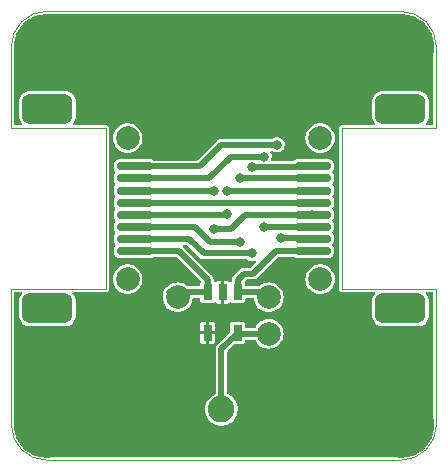
<source format=gtl>
G04 #@! TF.GenerationSoftware,KiCad,Pcbnew,6.0.11*
G04 #@! TF.CreationDate,2023-02-26T14:58:42+01:00*
G04 #@! TF.ProjectId,patchloop2,70617463-686c-46f6-9f70-322e6b696361,1*
G04 #@! TF.SameCoordinates,PX5f5e100PY5d81fd0*
G04 #@! TF.FileFunction,Copper,L1,Top*
G04 #@! TF.FilePolarity,Positive*
%FSLAX46Y46*%
G04 Gerber Fmt 4.6, Leading zero omitted, Abs format (unit mm)*
G04 Created by KiCad (PCBNEW 6.0.11) date 2023-02-26 14:58:42*
%MOMM*%
%LPD*%
G01*
G04 APERTURE LIST*
G04 Aperture macros list*
%AMRoundRect*
0 Rectangle with rounded corners*
0 $1 Rounding radius*
0 $2 $3 $4 $5 $6 $7 $8 $9 X,Y pos of 4 corners*
0 Add a 4 corners polygon primitive as box body*
4,1,4,$2,$3,$4,$5,$6,$7,$8,$9,$2,$3,0*
0 Add four circle primitives for the rounded corners*
1,1,$1+$1,$2,$3*
1,1,$1+$1,$4,$5*
1,1,$1+$1,$6,$7*
1,1,$1+$1,$8,$9*
0 Add four rect primitives between the rounded corners*
20,1,$1+$1,$2,$3,$4,$5,0*
20,1,$1+$1,$4,$5,$6,$7,0*
20,1,$1+$1,$6,$7,$8,$9,0*
20,1,$1+$1,$8,$9,$2,$3,0*%
G04 Aperture macros list end*
G04 #@! TA.AperFunction,Profile*
%ADD10C,0.100000*%
G04 #@! TD*
G04 #@! TA.AperFunction,WasherPad*
%ADD11C,2.000000*%
G04 #@! TD*
G04 #@! TA.AperFunction,SMDPad,CuDef*
%ADD12RoundRect,0.175000X1.325000X-0.175000X1.325000X0.175000X-1.325000X0.175000X-1.325000X-0.175000X0*%
G04 #@! TD*
G04 #@! TA.AperFunction,SMDPad,CuDef*
%ADD13RoundRect,0.625000X1.525000X-0.625000X1.525000X0.625000X-1.525000X0.625000X-1.525000X-0.625000X0*%
G04 #@! TD*
G04 #@! TA.AperFunction,ComponentPad*
%ADD14C,1.200000*%
G04 #@! TD*
G04 #@! TA.AperFunction,SMDPad,CuDef*
%ADD15RoundRect,0.175000X-1.325000X0.175000X-1.325000X-0.175000X1.325000X-0.175000X1.325000X0.175000X0*%
G04 #@! TD*
G04 #@! TA.AperFunction,SMDPad,CuDef*
%ADD16RoundRect,0.625000X-1.525000X0.625000X-1.525000X-0.625000X1.525000X-0.625000X1.525000X0.625000X0*%
G04 #@! TD*
G04 #@! TA.AperFunction,ComponentPad*
%ADD17C,2.000000*%
G04 #@! TD*
G04 #@! TA.AperFunction,ComponentPad*
%ADD18C,2.250000*%
G04 #@! TD*
G04 #@! TA.AperFunction,ComponentPad*
%ADD19C,5.600000*%
G04 #@! TD*
G04 #@! TA.AperFunction,SMDPad,CuDef*
%ADD20R,0.760000X1.400000*%
G04 #@! TD*
G04 #@! TA.AperFunction,ViaPad*
%ADD21C,0.800000*%
G04 #@! TD*
G04 #@! TA.AperFunction,Conductor*
%ADD22C,0.500000*%
G04 #@! TD*
G04 APERTURE END LIST*
D10*
X0Y3050000D02*
G75*
G03*
X3000000Y50000I3000000J0D01*
G01*
X33000000Y50000D02*
G75*
G03*
X36000000Y3050000I0J3000000D01*
G01*
X36000000Y35050000D02*
G75*
G03*
X33000000Y38050000I-3000000J0D01*
G01*
X36000000Y28150000D02*
X28000000Y28150000D01*
X36000000Y14550000D02*
X36000000Y3050000D01*
X28000000Y28150000D02*
X28000000Y14550000D01*
X3000000Y38050000D02*
X33000000Y38050000D01*
X3000000Y38050000D02*
G75*
G03*
X0Y35050000I0J-3000000D01*
G01*
X0Y28150000D02*
X8000000Y28150000D01*
X0Y14550000D02*
X0Y3050000D01*
X36000000Y35050000D02*
X36000000Y28150000D01*
X8000000Y14550000D02*
X0Y14550000D01*
X8000000Y28150000D02*
X8000000Y14550000D01*
X28000000Y14550000D02*
X36000000Y14550000D01*
X3000000Y50000D02*
X33000000Y50000D01*
X0Y35050000D02*
X0Y28150000D01*
D11*
X26150000Y15380000D03*
X26150000Y27320000D03*
D12*
X25550000Y17780000D03*
X25550000Y18800000D03*
X25550000Y19820000D03*
X25550000Y20840000D03*
X25550000Y21860000D03*
X25550000Y22880000D03*
X25550000Y23900000D03*
X25550000Y24920000D03*
D13*
X32950000Y29800000D03*
D14*
X32950000Y29970000D03*
D13*
X32950000Y12900000D03*
D14*
X32950000Y12730000D03*
D11*
X9850000Y27320000D03*
X9850000Y15380000D03*
D15*
X10450000Y24920000D03*
X10450000Y23900000D03*
X10450000Y22880000D03*
X10450000Y21860000D03*
X10450000Y20840000D03*
X10450000Y19820000D03*
X10450000Y18800000D03*
X10450000Y17780000D03*
D14*
X3050000Y12730000D03*
D16*
X3050000Y12900000D03*
X3050000Y29800000D03*
D14*
X3050000Y29970000D03*
D17*
X14100000Y13850000D03*
D18*
X17800000Y4350000D03*
X15260000Y1810000D03*
X20340000Y6890000D03*
X15260000Y6890000D03*
X20340000Y1810000D03*
D17*
X21800000Y13850000D03*
D19*
X3000000Y35050000D03*
X33000000Y35050000D03*
D17*
X21800000Y10750000D03*
D20*
X16630000Y10835000D03*
X19170000Y10835000D03*
X19170000Y14265000D03*
X17900000Y14265000D03*
X16630000Y14265000D03*
D19*
X3000000Y3050000D03*
D17*
X14100000Y10750000D03*
D19*
X33000000Y3050000D03*
D21*
X22500000Y26750000D03*
X22800000Y18850000D03*
X21400000Y19750000D03*
X21400000Y25750000D03*
X17170000Y22880000D03*
X17200000Y19650000D03*
X18300000Y22850000D03*
X18300000Y20850000D03*
X19400000Y18550000D03*
X19350000Y23900000D03*
X20400000Y17550000D03*
X20400000Y24850000D03*
D22*
X25550000Y17780000D02*
X22430000Y17780000D01*
X19700000Y15850000D02*
X19170000Y15320000D01*
X20500000Y15850000D02*
X19700000Y15850000D01*
X19170000Y15320000D02*
X19170000Y14265000D01*
X22430000Y17780000D02*
X20500000Y15850000D01*
X19170000Y14265000D02*
X21800000Y14265000D01*
X25500000Y18850000D02*
X25550000Y18800000D01*
X22800000Y18850000D02*
X25500000Y18850000D01*
X17800000Y26750000D02*
X22500000Y26750000D01*
X10450000Y24920000D02*
X15970000Y24920000D01*
X15970000Y24920000D02*
X17800000Y26750000D01*
X21400000Y25750000D02*
X18600000Y25750000D01*
X18600000Y25750000D02*
X16750000Y23900000D01*
X25550000Y19820000D02*
X21470000Y19820000D01*
X16750000Y23900000D02*
X10450000Y23900000D01*
X25480000Y19750000D02*
X25550000Y19820000D01*
X21470000Y19820000D02*
X21400000Y19750000D01*
X10450000Y22880000D02*
X17170000Y22880000D01*
X18600000Y19650000D02*
X19790000Y20840000D01*
X17200000Y19650000D02*
X18600000Y19650000D01*
X25440000Y20950000D02*
X25550000Y20840000D01*
X19790000Y20840000D02*
X25550000Y20840000D01*
X25550000Y21860000D02*
X10450000Y21860000D01*
X18330000Y22880000D02*
X18300000Y22850000D01*
X10450000Y20840000D02*
X18310000Y20840000D01*
X25550000Y22880000D02*
X18330000Y22880000D01*
X18310000Y20840000D02*
X18300000Y20850000D01*
X25550000Y23900000D02*
X19350000Y23900000D01*
X19400000Y18550000D02*
X16800000Y18550000D01*
X16800000Y18550000D02*
X15530000Y19820000D01*
X15530000Y19820000D02*
X10450000Y19820000D01*
X10450000Y18800000D02*
X15050000Y18800000D01*
X20400000Y24850000D02*
X25480000Y24850000D01*
X25480000Y24850000D02*
X25550000Y24920000D01*
X15050000Y18800000D02*
X16300000Y17550000D01*
X16300000Y17550000D02*
X20400000Y17550000D01*
X17800000Y9465000D02*
X17800000Y4350000D01*
X19170000Y10835000D02*
X17800000Y9465000D01*
X19085000Y10750000D02*
X21600000Y10750000D01*
X13385000Y14265000D02*
X16630000Y14265000D01*
X16630000Y14265000D02*
X16630000Y15320000D01*
X16630000Y15320000D02*
X14170000Y17780000D01*
X14170000Y17780000D02*
X10450000Y17780000D01*
G04 #@! TA.AperFunction,Conductor*
G36*
X32984888Y37797598D02*
G01*
X33000000Y37794592D01*
X33009563Y37796494D01*
X33014405Y37796494D01*
X33031782Y37797715D01*
X33302300Y37782523D01*
X33313322Y37781282D01*
X33516522Y37746756D01*
X33606335Y37731496D01*
X33617159Y37729026D01*
X33715529Y37700686D01*
X33902766Y37646744D01*
X33913237Y37643080D01*
X34187835Y37529338D01*
X34197825Y37524527D01*
X34457961Y37380754D01*
X34467346Y37374858D01*
X34709750Y37202864D01*
X34718430Y37195941D01*
X34940044Y36997894D01*
X34947894Y36990044D01*
X35145941Y36768430D01*
X35152862Y36759753D01*
X35324858Y36517346D01*
X35330754Y36507961D01*
X35404841Y36373912D01*
X35474524Y36247831D01*
X35479341Y36237829D01*
X35593079Y35963240D01*
X35596746Y35952761D01*
X35679026Y35667159D01*
X35681496Y35656335D01*
X35731281Y35363327D01*
X35732524Y35352295D01*
X35747715Y35081785D01*
X35746494Y35064405D01*
X35746494Y35059563D01*
X35744592Y35050000D01*
X35746494Y35040438D01*
X35747598Y35034888D01*
X35749500Y35015574D01*
X35749500Y28499500D01*
X35730593Y28441309D01*
X35681093Y28405345D01*
X35650500Y28400500D01*
X35182318Y28400500D01*
X35124127Y28419407D01*
X35088163Y28468907D01*
X35088163Y28530093D01*
X35105164Y28561534D01*
X35213556Y28696346D01*
X35216916Y28700525D01*
X35301495Y28870909D01*
X35347514Y29055480D01*
X35350500Y29099281D01*
X35350499Y30500718D01*
X35347514Y30544520D01*
X35301495Y30729091D01*
X35216916Y30899475D01*
X35097722Y31047722D01*
X34949475Y31166916D01*
X34779091Y31251495D01*
X34594520Y31297514D01*
X34590172Y31297810D01*
X34590168Y31297811D01*
X34571840Y31299060D01*
X34550719Y31300500D01*
X32950948Y31300500D01*
X31349282Y31300499D01*
X31336687Y31299641D01*
X31309832Y31297811D01*
X31309827Y31297810D01*
X31305480Y31297514D01*
X31120909Y31251495D01*
X30950525Y31166916D01*
X30802278Y31047722D01*
X30683084Y30899475D01*
X30598505Y30729091D01*
X30552486Y30544520D01*
X30549500Y30500719D01*
X30549501Y29099282D01*
X30552486Y29055480D01*
X30598505Y28870909D01*
X30683084Y28700525D01*
X30686444Y28696346D01*
X30794836Y28561534D01*
X30816564Y28504336D01*
X30800522Y28445291D01*
X30752838Y28406952D01*
X30717682Y28400500D01*
X28034426Y28400500D01*
X28015112Y28402402D01*
X28009562Y28403506D01*
X28000000Y28405408D01*
X27975326Y28400500D01*
X27902260Y28385966D01*
X27819399Y28330601D01*
X27764034Y28247740D01*
X27744592Y28150000D01*
X27746494Y28140438D01*
X27747598Y28134888D01*
X27749500Y28115574D01*
X27749500Y14584426D01*
X27747598Y14565112D01*
X27744592Y14550000D01*
X27749500Y14525326D01*
X27764034Y14452260D01*
X27819399Y14369399D01*
X27902260Y14314034D01*
X28000000Y14294592D01*
X28015112Y14297598D01*
X28034426Y14299500D01*
X30717682Y14299500D01*
X30775873Y14280593D01*
X30811837Y14231093D01*
X30811837Y14169907D01*
X30794836Y14138466D01*
X30683084Y13999475D01*
X30598505Y13829091D01*
X30552486Y13644520D01*
X30549500Y13600719D01*
X30549501Y12199282D01*
X30552486Y12155480D01*
X30598505Y11970909D01*
X30683084Y11800525D01*
X30802278Y11652278D01*
X30950525Y11533084D01*
X31120909Y11448505D01*
X31305480Y11402486D01*
X31309828Y11402190D01*
X31309832Y11402189D01*
X31328160Y11400940D01*
X31349281Y11399500D01*
X32949052Y11399500D01*
X34550718Y11399501D01*
X34563313Y11400359D01*
X34590168Y11402189D01*
X34590173Y11402190D01*
X34594520Y11402486D01*
X34779091Y11448505D01*
X34949475Y11533084D01*
X35097722Y11652278D01*
X35216916Y11800525D01*
X35301495Y11970909D01*
X35347514Y12155480D01*
X35350500Y12199281D01*
X35350499Y13600718D01*
X35349641Y13613313D01*
X35347811Y13640168D01*
X35347810Y13640173D01*
X35347514Y13644520D01*
X35301495Y13829091D01*
X35216916Y13999475D01*
X35105164Y14138466D01*
X35083436Y14195664D01*
X35099478Y14254709D01*
X35147162Y14293048D01*
X35182318Y14299500D01*
X35650500Y14299500D01*
X35708691Y14280593D01*
X35744655Y14231093D01*
X35749500Y14200500D01*
X35749500Y3084426D01*
X35747598Y3065112D01*
X35744592Y3050000D01*
X35746494Y3040437D01*
X35746494Y3035595D01*
X35747715Y3018218D01*
X35745075Y2971207D01*
X35732524Y2747705D01*
X35731281Y2736673D01*
X35681496Y2443665D01*
X35679026Y2432841D01*
X35596746Y2147239D01*
X35593079Y2136760D01*
X35479341Y1862171D01*
X35474527Y1852175D01*
X35330754Y1592039D01*
X35324858Y1582654D01*
X35211237Y1422519D01*
X35152864Y1340250D01*
X35145941Y1331570D01*
X34947894Y1109956D01*
X34940044Y1102106D01*
X34718430Y904059D01*
X34709753Y897138D01*
X34467346Y725142D01*
X34457961Y719246D01*
X34197825Y575473D01*
X34187835Y570662D01*
X33913237Y456920D01*
X33902766Y453256D01*
X33715529Y399314D01*
X33617159Y370974D01*
X33606335Y368504D01*
X33516522Y353244D01*
X33313322Y318718D01*
X33302300Y317477D01*
X33031782Y302285D01*
X33014405Y303506D01*
X33009563Y303506D01*
X33000000Y305408D01*
X32990438Y303506D01*
X32984888Y302402D01*
X32965574Y300500D01*
X3034426Y300500D01*
X3015112Y302402D01*
X3009562Y303506D01*
X3000000Y305408D01*
X2990437Y303506D01*
X2985595Y303506D01*
X2968218Y302285D01*
X2697700Y317477D01*
X2686678Y318718D01*
X2483478Y353244D01*
X2393665Y368504D01*
X2382841Y370974D01*
X2284471Y399314D01*
X2097234Y453256D01*
X2086763Y456920D01*
X1812165Y570662D01*
X1802175Y575473D01*
X1542039Y719246D01*
X1532654Y725142D01*
X1290247Y897138D01*
X1281570Y904059D01*
X1059956Y1102106D01*
X1052106Y1109956D01*
X854059Y1331570D01*
X847136Y1340250D01*
X788763Y1422519D01*
X675142Y1582654D01*
X669246Y1592039D01*
X525473Y1852175D01*
X520659Y1862171D01*
X406921Y2136760D01*
X403254Y2147239D01*
X320974Y2432841D01*
X318504Y2443665D01*
X268719Y2736673D01*
X267476Y2747705D01*
X254925Y2971207D01*
X252285Y3018218D01*
X253506Y3035595D01*
X253506Y3040437D01*
X255408Y3050000D01*
X252402Y3065112D01*
X250500Y3084426D01*
X250500Y4383722D01*
X16420198Y4383722D01*
X16433218Y4157911D01*
X16482944Y3937260D01*
X16484474Y3933492D01*
X16520084Y3845797D01*
X16568041Y3727693D01*
X16686222Y3534838D01*
X16688884Y3531765D01*
X16831649Y3366952D01*
X16831653Y3366948D01*
X16834315Y3363875D01*
X17008342Y3219395D01*
X17011843Y3217349D01*
X17011849Y3217345D01*
X17102365Y3164452D01*
X17203629Y3105278D01*
X17414933Y3024589D01*
X17418908Y3023780D01*
X17418909Y3023780D01*
X17632595Y2980305D01*
X17632597Y2980305D01*
X17636577Y2979495D01*
X17640637Y2979346D01*
X17640638Y2979346D01*
X17683500Y2977774D01*
X17862611Y2971207D01*
X17866629Y2971722D01*
X17866635Y2971722D01*
X18082931Y2999430D01*
X18082937Y2999431D01*
X18086963Y2999947D01*
X18090856Y3001115D01*
X18090861Y3001116D01*
X18285669Y3059562D01*
X18303608Y3064944D01*
X18506729Y3164452D01*
X18587391Y3221987D01*
X18687564Y3293440D01*
X18690870Y3295798D01*
X18851086Y3455456D01*
X18983074Y3639137D01*
X18984872Y3642775D01*
X18984875Y3642780D01*
X19081490Y3838264D01*
X19081492Y3838269D01*
X19083291Y3841909D01*
X19149043Y4058327D01*
X19178566Y4282577D01*
X19180214Y4350000D01*
X19161681Y4575425D01*
X19106579Y4794796D01*
X19016387Y5002221D01*
X18893529Y5192131D01*
X18741304Y5359425D01*
X18738118Y5361941D01*
X18738115Y5361944D01*
X18566987Y5497093D01*
X18566981Y5497097D01*
X18563799Y5499610D01*
X18365782Y5608921D01*
X18361950Y5610278D01*
X18358917Y5611641D01*
X18313591Y5652741D01*
X18300500Y5701941D01*
X18300500Y9216678D01*
X18319407Y9274869D01*
X18329496Y9286682D01*
X18898318Y9855504D01*
X18952835Y9883281D01*
X18968322Y9884500D01*
X19574674Y9884500D01*
X19647740Y9899034D01*
X19730601Y9954399D01*
X19785966Y10037260D01*
X19800500Y10110326D01*
X19800500Y10150500D01*
X19819407Y10208691D01*
X19868907Y10244655D01*
X19899500Y10249500D01*
X20590542Y10249500D01*
X20648733Y10230593D01*
X20680266Y10192340D01*
X20711073Y10126275D01*
X20712898Y10122362D01*
X20838402Y9943123D01*
X20993123Y9788402D01*
X21172361Y9662898D01*
X21370670Y9570425D01*
X21385128Y9566551D01*
X21577846Y9514912D01*
X21577848Y9514912D01*
X21582023Y9513793D01*
X21800000Y9494723D01*
X22017977Y9513793D01*
X22022152Y9514912D01*
X22022154Y9514912D01*
X22214872Y9566551D01*
X22229330Y9570425D01*
X22427639Y9662898D01*
X22606877Y9788402D01*
X22761598Y9943123D01*
X22875097Y10105217D01*
X22884620Y10118817D01*
X22884625Y10118825D01*
X22887102Y10122362D01*
X22979575Y10320670D01*
X23036207Y10532023D01*
X23055277Y10750000D01*
X23036207Y10967977D01*
X22979575Y11179330D01*
X22887102Y11377638D01*
X22871794Y11399501D01*
X22764077Y11553336D01*
X22761598Y11556877D01*
X22606877Y11711598D01*
X22427639Y11837102D01*
X22229330Y11929575D01*
X22075070Y11970909D01*
X22022154Y11985088D01*
X22022152Y11985088D01*
X22017977Y11986207D01*
X21800000Y12005277D01*
X21582023Y11986207D01*
X21577848Y11985088D01*
X21577846Y11985088D01*
X21524930Y11970909D01*
X21370670Y11929575D01*
X21172362Y11837102D01*
X20993123Y11711598D01*
X20838402Y11556877D01*
X20712898Y11377638D01*
X20711075Y11373728D01*
X20711073Y11373725D01*
X20680266Y11307660D01*
X20638537Y11262912D01*
X20590542Y11250500D01*
X19899500Y11250500D01*
X19841309Y11269407D01*
X19805345Y11318907D01*
X19800500Y11349500D01*
X19800500Y11559674D01*
X19785966Y11632740D01*
X19730601Y11715601D01*
X19647740Y11770966D01*
X19574674Y11785500D01*
X18765326Y11785500D01*
X18692260Y11770966D01*
X18609399Y11715601D01*
X18554034Y11632740D01*
X18539500Y11559674D01*
X18539500Y10953322D01*
X18520593Y10895131D01*
X18510504Y10883318D01*
X17493581Y9866395D01*
X17483601Y9858421D01*
X17483616Y9858404D01*
X17478246Y9853834D01*
X17472280Y9850070D01*
X17467612Y9844785D01*
X17467609Y9844782D01*
X17436708Y9809792D01*
X17432508Y9805322D01*
X17420680Y9793494D01*
X17416864Y9788402D01*
X17413902Y9784450D01*
X17408896Y9778301D01*
X17377377Y9742612D01*
X17373018Y9733329D01*
X17362627Y9716034D01*
X17356474Y9707824D01*
X17353998Y9701219D01*
X17339765Y9663254D01*
X17336680Y9655934D01*
X17319446Y9619226D01*
X17319445Y9619222D01*
X17316447Y9612837D01*
X17315362Y9605869D01*
X17315361Y9605865D01*
X17314870Y9602708D01*
X17309747Y9583180D01*
X17306148Y9573580D01*
X17305626Y9566551D01*
X17302620Y9526102D01*
X17301713Y9518207D01*
X17300088Y9507772D01*
X17300087Y9507764D01*
X17299500Y9503991D01*
X17299500Y9487791D01*
X17299228Y9480455D01*
X17295524Y9430608D01*
X17296996Y9423713D01*
X17296996Y9423711D01*
X17297319Y9422199D01*
X17299500Y9401532D01*
X17299500Y5700326D01*
X17280593Y5642135D01*
X17246214Y5612512D01*
X17235540Y5606956D01*
X17068122Y5519805D01*
X17068119Y5519803D01*
X17064517Y5517928D01*
X16883640Y5382121D01*
X16727372Y5218597D01*
X16706991Y5188719D01*
X16602201Y5035103D01*
X16602198Y5035097D01*
X16599911Y5031745D01*
X16504679Y4826585D01*
X16444233Y4608626D01*
X16420198Y4383722D01*
X250500Y4383722D01*
X250500Y10114844D01*
X15996001Y10114844D01*
X15996949Y10105217D01*
X16008835Y10045459D01*
X16016155Y10027786D01*
X16061457Y9959986D01*
X16074986Y9946457D01*
X16142788Y9901154D01*
X16160456Y9893835D01*
X16220219Y9881948D01*
X16229841Y9881000D01*
X16487320Y9881000D01*
X16500005Y9885122D01*
X16503000Y9889243D01*
X16503000Y9896681D01*
X16757000Y9896681D01*
X16761122Y9883996D01*
X16765243Y9881001D01*
X17030156Y9881001D01*
X17039783Y9881949D01*
X17099541Y9893835D01*
X17117214Y9901155D01*
X17185014Y9946457D01*
X17198543Y9959986D01*
X17243846Y10027788D01*
X17251165Y10045456D01*
X17263052Y10105219D01*
X17264000Y10114841D01*
X17264000Y10692320D01*
X17259878Y10705005D01*
X17255757Y10708000D01*
X16772680Y10708000D01*
X16759995Y10703878D01*
X16757000Y10699757D01*
X16757000Y9896681D01*
X16503000Y9896681D01*
X16503000Y10692320D01*
X16498878Y10705005D01*
X16494757Y10708000D01*
X16011681Y10708000D01*
X15998996Y10703878D01*
X15996001Y10699757D01*
X15996001Y10114844D01*
X250500Y10114844D01*
X250500Y10977680D01*
X15996000Y10977680D01*
X16000122Y10964995D01*
X16004243Y10962000D01*
X16487320Y10962000D01*
X16500005Y10966122D01*
X16503000Y10970243D01*
X16503000Y10977680D01*
X16757000Y10977680D01*
X16761122Y10964995D01*
X16765243Y10962000D01*
X17248319Y10962000D01*
X17261004Y10966122D01*
X17263999Y10970243D01*
X17263999Y11555156D01*
X17263051Y11564783D01*
X17251165Y11624541D01*
X17243845Y11642214D01*
X17198543Y11710014D01*
X17185014Y11723543D01*
X17117212Y11768846D01*
X17099544Y11776165D01*
X17039781Y11788052D01*
X17030159Y11789000D01*
X16772680Y11789000D01*
X16759995Y11784878D01*
X16757000Y11780757D01*
X16757000Y10977680D01*
X16503000Y10977680D01*
X16503000Y11773319D01*
X16498878Y11786004D01*
X16494757Y11788999D01*
X16229844Y11788999D01*
X16220217Y11788051D01*
X16160459Y11776165D01*
X16142786Y11768845D01*
X16074986Y11723543D01*
X16061457Y11710014D01*
X16016154Y11642212D01*
X16008835Y11624544D01*
X15996948Y11564781D01*
X15996000Y11555159D01*
X15996000Y10977680D01*
X250500Y10977680D01*
X250500Y14200500D01*
X269407Y14258691D01*
X318907Y14294655D01*
X349500Y14299500D01*
X817682Y14299500D01*
X875873Y14280593D01*
X911837Y14231093D01*
X911837Y14169907D01*
X894836Y14138466D01*
X783084Y13999475D01*
X698505Y13829091D01*
X652486Y13644520D01*
X649500Y13600719D01*
X649501Y12199282D01*
X652486Y12155480D01*
X698505Y11970909D01*
X783084Y11800525D01*
X902278Y11652278D01*
X1050525Y11533084D01*
X1220909Y11448505D01*
X1405480Y11402486D01*
X1409828Y11402190D01*
X1409832Y11402189D01*
X1428160Y11400940D01*
X1449281Y11399500D01*
X3049052Y11399500D01*
X4650718Y11399501D01*
X4663313Y11400359D01*
X4690168Y11402189D01*
X4690173Y11402190D01*
X4694520Y11402486D01*
X4879091Y11448505D01*
X5049475Y11533084D01*
X5197722Y11652278D01*
X5316916Y11800525D01*
X5401495Y11970909D01*
X5447514Y12155480D01*
X5450500Y12199281D01*
X5450499Y13600718D01*
X5449641Y13613313D01*
X5447811Y13640168D01*
X5447810Y13640173D01*
X5447514Y13644520D01*
X5401495Y13829091D01*
X5316916Y13999475D01*
X5205164Y14138466D01*
X5183436Y14195664D01*
X5199478Y14254709D01*
X5247162Y14293048D01*
X5282318Y14299500D01*
X7965574Y14299500D01*
X7984888Y14297598D01*
X8000000Y14294592D01*
X8097740Y14314034D01*
X8180601Y14369399D01*
X8235966Y14452260D01*
X8250500Y14525326D01*
X8255408Y14550000D01*
X8252402Y14565112D01*
X8250500Y14584426D01*
X8250500Y15380000D01*
X8594723Y15380000D01*
X8613793Y15162023D01*
X8614912Y15157848D01*
X8614912Y15157846D01*
X8616741Y15151020D01*
X8670425Y14950670D01*
X8762898Y14752362D01*
X8765379Y14748819D01*
X8765380Y14748817D01*
X8778135Y14730601D01*
X8888402Y14573123D01*
X9043123Y14418402D01*
X9120846Y14363980D01*
X9215649Y14297598D01*
X9222361Y14292898D01*
X9420670Y14200425D01*
X9507220Y14177234D01*
X9627846Y14144912D01*
X9627848Y14144912D01*
X9632023Y14143793D01*
X9850000Y14124723D01*
X10067977Y14143793D01*
X10072152Y14144912D01*
X10072154Y14144912D01*
X10192780Y14177234D01*
X10279330Y14200425D01*
X10477639Y14292898D01*
X10484352Y14297598D01*
X10579154Y14363980D01*
X10656877Y14418402D01*
X10811598Y14573123D01*
X10921865Y14730601D01*
X10934620Y14748817D01*
X10934621Y14748819D01*
X10937102Y14752362D01*
X11029575Y14950670D01*
X11083259Y15151020D01*
X11085088Y15157846D01*
X11085088Y15157848D01*
X11086207Y15162023D01*
X11105277Y15380000D01*
X11086207Y15597977D01*
X11068738Y15663174D01*
X11030693Y15805157D01*
X11029575Y15809330D01*
X10937102Y16007638D01*
X10811598Y16186877D01*
X10656877Y16341598D01*
X10477639Y16467102D01*
X10279330Y16559575D01*
X10192780Y16582766D01*
X10072154Y16615088D01*
X10072152Y16615088D01*
X10067977Y16616207D01*
X9850000Y16635277D01*
X9632023Y16616207D01*
X9627848Y16615088D01*
X9627846Y16615088D01*
X9507220Y16582766D01*
X9420670Y16559575D01*
X9222362Y16467102D01*
X9043123Y16341598D01*
X8888402Y16186877D01*
X8762898Y16007638D01*
X8670425Y15809330D01*
X8669307Y15805157D01*
X8631263Y15663174D01*
X8613793Y15597977D01*
X8594723Y15380000D01*
X8250500Y15380000D01*
X8250500Y17571512D01*
X8699500Y17571512D01*
X8700109Y17567668D01*
X8700109Y17567666D01*
X8705081Y17536277D01*
X8715281Y17471874D01*
X8718817Y17464935D01*
X8718817Y17464934D01*
X8764708Y17374869D01*
X8776472Y17351780D01*
X8871780Y17256472D01*
X8878717Y17252937D01*
X8878719Y17252936D01*
X8942569Y17220403D01*
X8991874Y17195281D01*
X8999568Y17194062D01*
X8999569Y17194062D01*
X9087666Y17180109D01*
X9087668Y17180109D01*
X9091512Y17179500D01*
X11808488Y17179500D01*
X11812332Y17180109D01*
X11812334Y17180109D01*
X11900431Y17194062D01*
X11900432Y17194062D01*
X11908126Y17195281D01*
X11961115Y17222280D01*
X12021280Y17252936D01*
X12021279Y17252936D01*
X12028220Y17256472D01*
X12032593Y17260845D01*
X12090010Y17279500D01*
X13921678Y17279500D01*
X13979869Y17260593D01*
X13991682Y17250504D01*
X16022838Y15219348D01*
X16050615Y15164831D01*
X16041044Y15104399D01*
X16035150Y15094343D01*
X16014034Y15062740D01*
X15999500Y14989674D01*
X15999500Y14864500D01*
X15980593Y14806309D01*
X15931093Y14770345D01*
X15900500Y14765500D01*
X14993983Y14765500D01*
X14935792Y14784407D01*
X14923979Y14794496D01*
X14906877Y14811598D01*
X14727639Y14937102D01*
X14529330Y15029575D01*
X14405557Y15062740D01*
X14322154Y15085088D01*
X14322152Y15085088D01*
X14317977Y15086207D01*
X14100000Y15105277D01*
X13882023Y15086207D01*
X13877848Y15085088D01*
X13877846Y15085088D01*
X13794443Y15062740D01*
X13670670Y15029575D01*
X13472362Y14937102D01*
X13293123Y14811598D01*
X13235171Y14753646D01*
X13206143Y14733528D01*
X13112572Y14690984D01*
X13003963Y14597400D01*
X12925985Y14477095D01*
X12884907Y14339739D01*
X12884031Y14196376D01*
X12885970Y14189593D01*
X12886782Y14183663D01*
X12884325Y14144604D01*
X12879099Y14125100D01*
X12863793Y14067977D01*
X12844723Y13850000D01*
X12863793Y13632023D01*
X12864912Y13627848D01*
X12864912Y13627846D01*
X12871730Y13602401D01*
X12920425Y13420670D01*
X13012898Y13222362D01*
X13138402Y13043123D01*
X13293123Y12888402D01*
X13472361Y12762898D01*
X13670670Y12670425D01*
X13757220Y12647234D01*
X13877846Y12614912D01*
X13877848Y12614912D01*
X13882023Y12613793D01*
X14100000Y12594723D01*
X14317977Y12613793D01*
X14322152Y12614912D01*
X14322154Y12614912D01*
X14442780Y12647234D01*
X14529330Y12670425D01*
X14727639Y12762898D01*
X14906877Y12888402D01*
X15061598Y13043123D01*
X15187102Y13222362D01*
X15279575Y13420670D01*
X15328270Y13602401D01*
X15335088Y13627846D01*
X15335088Y13627848D01*
X15336207Y13632023D01*
X15339891Y13674129D01*
X15363798Y13730450D01*
X15416245Y13761963D01*
X15438514Y13764500D01*
X15900500Y13764500D01*
X15958691Y13745593D01*
X15994655Y13696093D01*
X15999500Y13665500D01*
X15999500Y13540326D01*
X16014034Y13467260D01*
X16019451Y13459153D01*
X16054186Y13407168D01*
X16069399Y13384399D01*
X16152260Y13329034D01*
X16225326Y13314500D01*
X17034674Y13314500D01*
X17107740Y13329034D01*
X17190601Y13384399D01*
X17194257Y13389871D01*
X17246990Y13416739D01*
X17307422Y13407168D01*
X17332481Y13388962D01*
X17344986Y13376457D01*
X17412788Y13331154D01*
X17430456Y13323835D01*
X17490219Y13311948D01*
X17499841Y13311000D01*
X17757320Y13311000D01*
X17770005Y13315122D01*
X17773000Y13319243D01*
X17773000Y15203319D01*
X17768878Y15216004D01*
X17764757Y15218999D01*
X17499844Y15218999D01*
X17490217Y15218051D01*
X17430459Y15206165D01*
X17412786Y15198845D01*
X17344986Y15153543D01*
X17332481Y15141038D01*
X17277964Y15113261D01*
X17217532Y15122832D01*
X17194760Y15139376D01*
X17190601Y15145601D01*
X17174499Y15156360D01*
X17136619Y15204410D01*
X17130500Y15238676D01*
X17130500Y15252839D01*
X17131919Y15265536D01*
X17131896Y15265538D01*
X17132462Y15272570D01*
X17134018Y15279448D01*
X17130690Y15333094D01*
X17130500Y15339223D01*
X17130500Y15355940D01*
X17130002Y15359420D01*
X17130001Y15359430D01*
X17128898Y15367136D01*
X17128089Y15375032D01*
X17125578Y15415499D01*
X17125578Y15415500D01*
X17125141Y15422539D01*
X17121657Y15432191D01*
X17116777Y15451766D01*
X17116323Y15454935D01*
X17115323Y15461918D01*
X17112405Y15468337D01*
X17112403Y15468342D01*
X17095616Y15505262D01*
X17092619Y15512624D01*
X17085054Y15533582D01*
X17076460Y15557387D01*
X17070408Y15565672D01*
X17060232Y15583086D01*
X17055984Y15592428D01*
X17024893Y15628511D01*
X17019957Y15634728D01*
X17013734Y15643247D01*
X17013732Y15643249D01*
X17011477Y15646336D01*
X17000020Y15657793D01*
X16995025Y15663174D01*
X16967005Y15695693D01*
X16967004Y15695694D01*
X16962400Y15701037D01*
X16955182Y15705716D01*
X16939029Y15718784D01*
X14571395Y18086419D01*
X14563421Y18096399D01*
X14563404Y18096384D01*
X14558835Y18101753D01*
X14555070Y18107720D01*
X14549784Y18112388D01*
X14549781Y18112392D01*
X14534036Y18126297D01*
X14502936Y18178989D01*
X14508748Y18239898D01*
X14549251Y18285758D01*
X14599571Y18299500D01*
X14801678Y18299500D01*
X14859869Y18280593D01*
X14871682Y18270504D01*
X15898601Y17243586D01*
X15906577Y17233603D01*
X15906594Y17233617D01*
X15911168Y17228243D01*
X15914930Y17222280D01*
X15920214Y17217613D01*
X15920216Y17217611D01*
X15955217Y17186700D01*
X15959687Y17182500D01*
X15971507Y17170680D01*
X15974322Y17168571D01*
X15974327Y17168566D01*
X15980540Y17163910D01*
X15986703Y17158893D01*
X16022388Y17127377D01*
X16031671Y17123019D01*
X16048967Y17112627D01*
X16057176Y17106474D01*
X16092362Y17093283D01*
X16101746Y17089765D01*
X16109066Y17086680D01*
X16145774Y17069446D01*
X16145778Y17069445D01*
X16152163Y17066447D01*
X16159131Y17065362D01*
X16159135Y17065361D01*
X16162292Y17064870D01*
X16181820Y17059747D01*
X16184820Y17058622D01*
X16184822Y17058622D01*
X16191420Y17056148D01*
X16238908Y17052619D01*
X16246793Y17051713D01*
X16257228Y17050088D01*
X16257236Y17050087D01*
X16261009Y17049500D01*
X16277209Y17049500D01*
X16284546Y17049228D01*
X16334392Y17045524D01*
X16341287Y17046996D01*
X16341289Y17046996D01*
X16342801Y17047319D01*
X16363468Y17049500D01*
X19945145Y17049500D01*
X20003336Y17030593D01*
X20011773Y17023724D01*
X20020410Y17015865D01*
X20025654Y17013018D01*
X20025655Y17013017D01*
X20153530Y16943586D01*
X20153532Y16943585D01*
X20158776Y16940738D01*
X20238534Y16919814D01*
X20305300Y16902298D01*
X20305304Y16902298D01*
X20311069Y16900785D01*
X20317030Y16900691D01*
X20317033Y16900691D01*
X20389782Y16899548D01*
X20468495Y16898312D01*
X20591824Y16926558D01*
X20615572Y16931997D01*
X20676515Y16926558D01*
X20722622Y16886337D01*
X20736282Y16826695D01*
X20712277Y16770416D01*
X20707678Y16765492D01*
X20321682Y16379496D01*
X20267165Y16351719D01*
X20251678Y16350500D01*
X19767165Y16350500D01*
X19754464Y16351919D01*
X19754462Y16351897D01*
X19747430Y16352463D01*
X19740552Y16354019D01*
X19689392Y16350845D01*
X19686897Y16350690D01*
X19680766Y16350500D01*
X19664060Y16350500D01*
X19660573Y16350001D01*
X19660565Y16350000D01*
X19652879Y16348899D01*
X19644976Y16348089D01*
X19604499Y16345578D01*
X19604496Y16345577D01*
X19597462Y16345141D01*
X19590833Y16342748D01*
X19590829Y16342747D01*
X19587813Y16341658D01*
X19568237Y16336777D01*
X19567045Y16336606D01*
X19565064Y16336323D01*
X19565063Y16336323D01*
X19558082Y16335323D01*
X19551663Y16332404D01*
X19551658Y16332403D01*
X19514743Y16315619D01*
X19507385Y16312623D01*
X19462613Y16296460D01*
X19454328Y16290408D01*
X19436914Y16280232D01*
X19427572Y16275984D01*
X19422228Y16271379D01*
X19391505Y16244907D01*
X19385284Y16239967D01*
X19373664Y16231478D01*
X19362200Y16220014D01*
X19356819Y16215019D01*
X19318963Y16182400D01*
X19315126Y16176480D01*
X19314289Y16175189D01*
X19301218Y16159032D01*
X18863581Y15721395D01*
X18853601Y15713421D01*
X18853616Y15713404D01*
X18848246Y15708834D01*
X18842280Y15705070D01*
X18837612Y15699785D01*
X18837609Y15699782D01*
X18806708Y15664792D01*
X18802508Y15660322D01*
X18790680Y15648494D01*
X18786748Y15643247D01*
X18783902Y15639450D01*
X18778896Y15633301D01*
X18747377Y15597612D01*
X18743018Y15588329D01*
X18732627Y15571034D01*
X18726474Y15562824D01*
X18723998Y15556219D01*
X18709765Y15518254D01*
X18706680Y15510934D01*
X18689446Y15474226D01*
X18689445Y15474222D01*
X18686447Y15467837D01*
X18685362Y15460869D01*
X18685361Y15460865D01*
X18684870Y15457708D01*
X18679747Y15438180D01*
X18676148Y15428580D01*
X18672864Y15384381D01*
X18672620Y15381102D01*
X18671713Y15373207D01*
X18670088Y15362772D01*
X18670087Y15362764D01*
X18669500Y15358991D01*
X18669500Y15342791D01*
X18669228Y15335455D01*
X18665524Y15285608D01*
X18666996Y15278713D01*
X18666996Y15278711D01*
X18667319Y15277199D01*
X18669500Y15256532D01*
X18669500Y15238676D01*
X18650593Y15180485D01*
X18625501Y15156360D01*
X18609399Y15145601D01*
X18605743Y15140129D01*
X18553010Y15113261D01*
X18492578Y15122832D01*
X18467519Y15141038D01*
X18455014Y15153543D01*
X18387212Y15198846D01*
X18369544Y15206165D01*
X18309781Y15218052D01*
X18300159Y15219000D01*
X18042680Y15219000D01*
X18029995Y15214878D01*
X18027000Y15210757D01*
X18027000Y13326681D01*
X18031122Y13313996D01*
X18035243Y13311001D01*
X18300156Y13311001D01*
X18309783Y13311949D01*
X18369541Y13323835D01*
X18387214Y13331155D01*
X18455014Y13376457D01*
X18467519Y13388962D01*
X18522036Y13416739D01*
X18582468Y13407168D01*
X18605240Y13390624D01*
X18609399Y13384399D01*
X18692260Y13329034D01*
X18765326Y13314500D01*
X19574674Y13314500D01*
X19647740Y13329034D01*
X19730601Y13384399D01*
X19745815Y13407168D01*
X19780549Y13459153D01*
X19785966Y13467260D01*
X19800500Y13540326D01*
X19800500Y13665500D01*
X19819407Y13723691D01*
X19868907Y13759655D01*
X19899500Y13764500D01*
X20461486Y13764500D01*
X20519677Y13745593D01*
X20555641Y13696093D01*
X20560109Y13674129D01*
X20563793Y13632023D01*
X20564912Y13627848D01*
X20564912Y13627846D01*
X20571730Y13602401D01*
X20620425Y13420670D01*
X20712898Y13222362D01*
X20838402Y13043123D01*
X20993123Y12888402D01*
X21172361Y12762898D01*
X21370670Y12670425D01*
X21457220Y12647234D01*
X21577846Y12614912D01*
X21577848Y12614912D01*
X21582023Y12613793D01*
X21800000Y12594723D01*
X22017977Y12613793D01*
X22022152Y12614912D01*
X22022154Y12614912D01*
X22142780Y12647234D01*
X22229330Y12670425D01*
X22427639Y12762898D01*
X22606877Y12888402D01*
X22761598Y13043123D01*
X22887102Y13222362D01*
X22979575Y13420670D01*
X23028270Y13602401D01*
X23035088Y13627846D01*
X23035088Y13627848D01*
X23036207Y13632023D01*
X23055277Y13850000D01*
X23036207Y14067977D01*
X23017320Y14138466D01*
X22980693Y14275157D01*
X22979575Y14279330D01*
X22887102Y14477638D01*
X22883337Y14483016D01*
X22819157Y14574674D01*
X22761598Y14656877D01*
X22606877Y14811598D01*
X22427639Y14937102D01*
X22229330Y15029575D01*
X22105557Y15062740D01*
X22022154Y15085088D01*
X22022152Y15085088D01*
X22017977Y15086207D01*
X21800000Y15105277D01*
X21582023Y15086207D01*
X21577848Y15085088D01*
X21577846Y15085088D01*
X21494443Y15062740D01*
X21370670Y15029575D01*
X21172362Y14937102D01*
X20993123Y14811598D01*
X20976021Y14794496D01*
X20921504Y14766719D01*
X20906017Y14765500D01*
X19899500Y14765500D01*
X19841309Y14784407D01*
X19805345Y14833907D01*
X19800500Y14864500D01*
X19800500Y14989674D01*
X19785966Y15062740D01*
X19764850Y15094343D01*
X19748242Y15153232D01*
X19769420Y15210635D01*
X19777162Y15219348D01*
X19878318Y15320504D01*
X19932835Y15348281D01*
X19948322Y15349500D01*
X20432834Y15349500D01*
X20445535Y15348081D01*
X20445537Y15348103D01*
X20452569Y15347537D01*
X20459447Y15345981D01*
X20513101Y15349310D01*
X20519233Y15349500D01*
X20535940Y15349500D01*
X20539427Y15349999D01*
X20539435Y15350000D01*
X20547121Y15351101D01*
X20555024Y15351911D01*
X20595501Y15354422D01*
X20595504Y15354423D01*
X20602538Y15354859D01*
X20609167Y15357252D01*
X20609171Y15357253D01*
X20612187Y15358342D01*
X20631763Y15363223D01*
X20632955Y15363394D01*
X20634936Y15363677D01*
X20634937Y15363677D01*
X20641918Y15364677D01*
X20648337Y15367596D01*
X20648342Y15367597D01*
X20675621Y15380000D01*
X24894723Y15380000D01*
X24913793Y15162023D01*
X24914912Y15157848D01*
X24914912Y15157846D01*
X24916741Y15151020D01*
X24970425Y14950670D01*
X25062898Y14752362D01*
X25065379Y14748819D01*
X25065380Y14748817D01*
X25078135Y14730601D01*
X25188402Y14573123D01*
X25343123Y14418402D01*
X25420846Y14363980D01*
X25515649Y14297598D01*
X25522361Y14292898D01*
X25720670Y14200425D01*
X25807220Y14177234D01*
X25927846Y14144912D01*
X25927848Y14144912D01*
X25932023Y14143793D01*
X26150000Y14124723D01*
X26367977Y14143793D01*
X26372152Y14144912D01*
X26372154Y14144912D01*
X26492780Y14177234D01*
X26579330Y14200425D01*
X26777639Y14292898D01*
X26784352Y14297598D01*
X26879154Y14363980D01*
X26956877Y14418402D01*
X27111598Y14573123D01*
X27221865Y14730601D01*
X27234620Y14748817D01*
X27234621Y14748819D01*
X27237102Y14752362D01*
X27329575Y14950670D01*
X27383259Y15151020D01*
X27385088Y15157846D01*
X27385088Y15157848D01*
X27386207Y15162023D01*
X27405277Y15380000D01*
X27386207Y15597977D01*
X27368738Y15663174D01*
X27330693Y15805157D01*
X27329575Y15809330D01*
X27237102Y16007638D01*
X27111598Y16186877D01*
X26956877Y16341598D01*
X26777639Y16467102D01*
X26579330Y16559575D01*
X26492780Y16582766D01*
X26372154Y16615088D01*
X26372152Y16615088D01*
X26367977Y16616207D01*
X26150000Y16635277D01*
X25932023Y16616207D01*
X25927848Y16615088D01*
X25927846Y16615088D01*
X25807220Y16582766D01*
X25720670Y16559575D01*
X25522362Y16467102D01*
X25343123Y16341598D01*
X25188402Y16186877D01*
X25062898Y16007638D01*
X24970425Y15809330D01*
X24969307Y15805157D01*
X24931263Y15663174D01*
X24913793Y15597977D01*
X24894723Y15380000D01*
X20675621Y15380000D01*
X20685257Y15384381D01*
X20692615Y15387377D01*
X20706810Y15392502D01*
X20737387Y15403540D01*
X20745672Y15409592D01*
X20763086Y15419768D01*
X20772428Y15424016D01*
X20792980Y15441725D01*
X20808495Y15455093D01*
X20814716Y15460033D01*
X20817296Y15461918D01*
X20826336Y15468522D01*
X20837800Y15479986D01*
X20843181Y15484981D01*
X20875693Y15512995D01*
X20875694Y15512996D01*
X20881037Y15517600D01*
X20885711Y15524811D01*
X20898782Y15540968D01*
X22608318Y17250504D01*
X22662835Y17278281D01*
X22678322Y17279500D01*
X23909990Y17279500D01*
X23967407Y17260845D01*
X23971780Y17256472D01*
X23978721Y17252936D01*
X23978720Y17252936D01*
X24038886Y17222280D01*
X24091874Y17195281D01*
X24099568Y17194062D01*
X24099569Y17194062D01*
X24187666Y17180109D01*
X24187668Y17180109D01*
X24191512Y17179500D01*
X26908488Y17179500D01*
X26912332Y17180109D01*
X26912334Y17180109D01*
X27000431Y17194062D01*
X27000432Y17194062D01*
X27008126Y17195281D01*
X27057431Y17220403D01*
X27121281Y17252936D01*
X27121283Y17252937D01*
X27128220Y17256472D01*
X27223528Y17351780D01*
X27235293Y17374869D01*
X27281183Y17464934D01*
X27281183Y17464935D01*
X27284719Y17471874D01*
X27294920Y17536277D01*
X27299891Y17567666D01*
X27299891Y17567668D01*
X27300500Y17571512D01*
X27300500Y17988488D01*
X27299891Y17992334D01*
X27285938Y18080431D01*
X27285938Y18080432D01*
X27284719Y18088126D01*
X27276025Y18105189D01*
X27227064Y18201281D01*
X27227063Y18201283D01*
X27223528Y18208220D01*
X27211752Y18219996D01*
X27183975Y18274513D01*
X27193546Y18334945D01*
X27211752Y18360004D01*
X27223528Y18371780D01*
X27227922Y18380402D01*
X27281183Y18484934D01*
X27281183Y18484935D01*
X27284719Y18491874D01*
X27293414Y18546769D01*
X27299891Y18587666D01*
X27299891Y18587668D01*
X27300500Y18591512D01*
X27300500Y19008488D01*
X27293784Y19050892D01*
X27285938Y19100431D01*
X27285938Y19100432D01*
X27284719Y19108126D01*
X27268874Y19139224D01*
X27227064Y19221281D01*
X27227063Y19221283D01*
X27223528Y19228220D01*
X27211752Y19239996D01*
X27183975Y19294513D01*
X27193546Y19354945D01*
X27211752Y19380004D01*
X27223528Y19391780D01*
X27251948Y19447556D01*
X27281183Y19504934D01*
X27281183Y19504935D01*
X27284719Y19511874D01*
X27300500Y19611512D01*
X27300500Y20028488D01*
X27299891Y20032334D01*
X27285938Y20120431D01*
X27285938Y20120432D01*
X27284719Y20128126D01*
X27255571Y20185333D01*
X27227064Y20241281D01*
X27227063Y20241283D01*
X27223528Y20248220D01*
X27211752Y20259996D01*
X27183975Y20314513D01*
X27193546Y20374945D01*
X27211752Y20400004D01*
X27223528Y20411780D01*
X27284719Y20531874D01*
X27300500Y20631512D01*
X27300500Y21048488D01*
X27284719Y21148126D01*
X27254506Y21207423D01*
X27227064Y21261281D01*
X27227063Y21261283D01*
X27223528Y21268220D01*
X27211752Y21279996D01*
X27183975Y21334513D01*
X27193546Y21394945D01*
X27211752Y21420004D01*
X27223528Y21431780D01*
X27284719Y21551874D01*
X27300500Y21651512D01*
X27300500Y22068488D01*
X27284719Y22168126D01*
X27223528Y22288220D01*
X27211752Y22299996D01*
X27183975Y22354513D01*
X27193546Y22414945D01*
X27211752Y22440004D01*
X27223528Y22451780D01*
X27284719Y22571874D01*
X27300500Y22671512D01*
X27300500Y23088488D01*
X27284719Y23188126D01*
X27223528Y23308220D01*
X27211752Y23319996D01*
X27183975Y23374513D01*
X27193546Y23434945D01*
X27211752Y23460004D01*
X27223528Y23471780D01*
X27232284Y23488963D01*
X27281183Y23584934D01*
X27281183Y23584935D01*
X27284719Y23591874D01*
X27287292Y23608116D01*
X27299891Y23687666D01*
X27299891Y23687668D01*
X27300500Y23691512D01*
X27300500Y24108488D01*
X27284719Y24208126D01*
X27223528Y24328220D01*
X27211752Y24339996D01*
X27183975Y24394513D01*
X27193546Y24454945D01*
X27211752Y24480004D01*
X27223528Y24491780D01*
X27232284Y24508963D01*
X27281183Y24604934D01*
X27281183Y24604935D01*
X27284719Y24611874D01*
X27300500Y24711512D01*
X27300500Y25128488D01*
X27284719Y25228126D01*
X27274450Y25248281D01*
X27227064Y25341281D01*
X27227063Y25341283D01*
X27223528Y25348220D01*
X27128220Y25443528D01*
X27121283Y25447063D01*
X27121281Y25447064D01*
X27015066Y25501183D01*
X27015065Y25501183D01*
X27008126Y25504719D01*
X27000432Y25505938D01*
X27000431Y25505938D01*
X26912334Y25519891D01*
X26912332Y25519891D01*
X26908488Y25520500D01*
X24191512Y25520500D01*
X24187668Y25519891D01*
X24187666Y25519891D01*
X24099569Y25505938D01*
X24099568Y25505938D01*
X24091874Y25504719D01*
X24084935Y25501183D01*
X24084934Y25501183D01*
X23978719Y25447064D01*
X23978717Y25447063D01*
X23971780Y25443528D01*
X23907748Y25379496D01*
X23853231Y25351719D01*
X23837744Y25350500D01*
X22087028Y25350500D01*
X22028837Y25369407D01*
X21992873Y25418907D01*
X21992873Y25480093D01*
X21995172Y25486426D01*
X22030726Y25574869D01*
X22030727Y25574871D01*
X22032950Y25580402D01*
X22055134Y25736277D01*
X22055278Y25750000D01*
X22036363Y25906306D01*
X21980710Y26053588D01*
X21976969Y26059032D01*
X21952643Y26094425D01*
X21935265Y26153091D01*
X21955689Y26210767D01*
X22006113Y26245423D01*
X22034231Y26249500D01*
X22045145Y26249500D01*
X22103336Y26230593D01*
X22111773Y26223724D01*
X22115312Y26220504D01*
X22120410Y26215865D01*
X22125654Y26213018D01*
X22125655Y26213017D01*
X22253530Y26143586D01*
X22253532Y26143585D01*
X22258776Y26140738D01*
X22338180Y26119907D01*
X22405300Y26102298D01*
X22405304Y26102298D01*
X22411069Y26100785D01*
X22417030Y26100691D01*
X22417033Y26100691D01*
X22489782Y26099548D01*
X22568495Y26098312D01*
X22585899Y26102298D01*
X22716149Y26132129D01*
X22716151Y26132130D01*
X22721968Y26133462D01*
X22727299Y26136143D01*
X22857299Y26201526D01*
X22857301Y26201527D01*
X22862625Y26204205D01*
X22876277Y26215865D01*
X22977810Y26302582D01*
X22977811Y26302583D01*
X22982348Y26306458D01*
X23074224Y26434317D01*
X23104677Y26510069D01*
X23130726Y26574869D01*
X23130727Y26574871D01*
X23132950Y26580402D01*
X23155134Y26736277D01*
X23155278Y26750000D01*
X23138255Y26890670D01*
X23137080Y26900384D01*
X23137079Y26900387D01*
X23136363Y26906306D01*
X23080710Y27053588D01*
X22991531Y27183343D01*
X22987078Y27187310D01*
X22987075Y27187314D01*
X22888772Y27274898D01*
X22873976Y27288081D01*
X22861464Y27294706D01*
X22813692Y27320000D01*
X24894723Y27320000D01*
X24913793Y27102023D01*
X24970425Y26890670D01*
X25062898Y26692362D01*
X25188402Y26513123D01*
X25343123Y26358402D01*
X25417307Y26306458D01*
X25514768Y26238215D01*
X25522361Y26232898D01*
X25720670Y26140425D01*
X25751631Y26132129D01*
X25927846Y26084912D01*
X25927848Y26084912D01*
X25932023Y26083793D01*
X26150000Y26064723D01*
X26367977Y26083793D01*
X26372152Y26084912D01*
X26372154Y26084912D01*
X26548369Y26132129D01*
X26579330Y26140425D01*
X26777639Y26232898D01*
X26785233Y26238215D01*
X26882693Y26306458D01*
X26956877Y26358402D01*
X27111598Y26513123D01*
X27237102Y26692362D01*
X27329575Y26890670D01*
X27386207Y27102023D01*
X27405277Y27320000D01*
X27386207Y27537977D01*
X27329575Y27749330D01*
X27237102Y27947638D01*
X27111598Y28126877D01*
X26956877Y28281598D01*
X26787068Y28400500D01*
X26781184Y28404620D01*
X26781182Y28404621D01*
X26777639Y28407102D01*
X26579330Y28499575D01*
X26465436Y28530093D01*
X26372154Y28555088D01*
X26372152Y28555088D01*
X26367977Y28556207D01*
X26150000Y28575277D01*
X25932023Y28556207D01*
X25927848Y28555088D01*
X25927846Y28555088D01*
X25834564Y28530093D01*
X25720670Y28499575D01*
X25522362Y28407102D01*
X25518819Y28404621D01*
X25518817Y28404620D01*
X25484440Y28380549D01*
X25343123Y28281598D01*
X25188402Y28126877D01*
X25062898Y27947638D01*
X24970425Y27749330D01*
X24913793Y27537977D01*
X24894723Y27320000D01*
X22813692Y27320000D01*
X22740105Y27358963D01*
X22740102Y27358964D01*
X22734831Y27361755D01*
X22658479Y27380933D01*
X22587918Y27398657D01*
X22587915Y27398657D01*
X22582128Y27400111D01*
X22502564Y27400527D01*
X22430650Y27400904D01*
X22430648Y27400904D01*
X22424684Y27400935D01*
X22271588Y27364180D01*
X22201633Y27328074D01*
X22136983Y27294706D01*
X22136980Y27294704D01*
X22131679Y27291968D01*
X22127182Y27288045D01*
X22112112Y27274898D01*
X22055833Y27250892D01*
X22047031Y27250500D01*
X17867166Y27250500D01*
X17854465Y27251919D01*
X17854463Y27251897D01*
X17847431Y27252463D01*
X17840553Y27254019D01*
X17790154Y27250892D01*
X17786898Y27250690D01*
X17780767Y27250500D01*
X17764060Y27250500D01*
X17760573Y27250001D01*
X17760565Y27250000D01*
X17752879Y27248899D01*
X17744976Y27248089D01*
X17704499Y27245578D01*
X17704496Y27245577D01*
X17697462Y27245141D01*
X17690833Y27242748D01*
X17690829Y27242747D01*
X17687813Y27241658D01*
X17668237Y27236777D01*
X17667045Y27236606D01*
X17665064Y27236323D01*
X17665063Y27236323D01*
X17658082Y27235323D01*
X17651663Y27232404D01*
X17651658Y27232403D01*
X17614743Y27215619D01*
X17607385Y27212623D01*
X17562613Y27196460D01*
X17554328Y27190408D01*
X17536914Y27180232D01*
X17527572Y27175984D01*
X17522228Y27171379D01*
X17491505Y27144907D01*
X17485284Y27139967D01*
X17473664Y27131478D01*
X17462200Y27120014D01*
X17456819Y27115019D01*
X17441737Y27102023D01*
X17418963Y27082400D01*
X17415126Y27076480D01*
X17414289Y27075189D01*
X17401218Y27059032D01*
X15791682Y25449496D01*
X15737165Y25421719D01*
X15721678Y25420500D01*
X12090010Y25420500D01*
X12032593Y25439155D01*
X12028220Y25443528D01*
X11908126Y25504719D01*
X11900432Y25505938D01*
X11900431Y25505938D01*
X11812334Y25519891D01*
X11812332Y25519891D01*
X11808488Y25520500D01*
X9091512Y25520500D01*
X9087668Y25519891D01*
X9087666Y25519891D01*
X8999569Y25505938D01*
X8999568Y25505938D01*
X8991874Y25504719D01*
X8984935Y25501183D01*
X8984934Y25501183D01*
X8878719Y25447064D01*
X8878717Y25447063D01*
X8871780Y25443528D01*
X8776472Y25348220D01*
X8772937Y25341283D01*
X8772936Y25341281D01*
X8725550Y25248281D01*
X8715281Y25228126D01*
X8699500Y25128488D01*
X8699500Y24711512D01*
X8715281Y24611874D01*
X8718817Y24604935D01*
X8718817Y24604934D01*
X8767717Y24508963D01*
X8776472Y24491780D01*
X8788248Y24480004D01*
X8816025Y24425487D01*
X8806454Y24365055D01*
X8788248Y24339996D01*
X8776472Y24328220D01*
X8715281Y24208126D01*
X8699500Y24108488D01*
X8699500Y23691512D01*
X8700109Y23687668D01*
X8700109Y23687666D01*
X8712709Y23608116D01*
X8715281Y23591874D01*
X8718817Y23584935D01*
X8718817Y23584934D01*
X8767717Y23488963D01*
X8776472Y23471780D01*
X8788248Y23460004D01*
X8816025Y23405487D01*
X8806454Y23345055D01*
X8788248Y23319996D01*
X8776472Y23308220D01*
X8715281Y23188126D01*
X8699500Y23088488D01*
X8699500Y22671512D01*
X8715281Y22571874D01*
X8776472Y22451780D01*
X8788248Y22440004D01*
X8816025Y22385487D01*
X8806454Y22325055D01*
X8788248Y22299996D01*
X8776472Y22288220D01*
X8715281Y22168126D01*
X8699500Y22068488D01*
X8699500Y21651512D01*
X8715281Y21551874D01*
X8776472Y21431780D01*
X8788248Y21420004D01*
X8816025Y21365487D01*
X8806454Y21305055D01*
X8788248Y21279996D01*
X8776472Y21268220D01*
X8772937Y21261283D01*
X8772936Y21261281D01*
X8745494Y21207423D01*
X8715281Y21148126D01*
X8699500Y21048488D01*
X8699500Y20631512D01*
X8715281Y20531874D01*
X8776472Y20411780D01*
X8788248Y20400004D01*
X8816025Y20345487D01*
X8806454Y20285055D01*
X8788248Y20259996D01*
X8776472Y20248220D01*
X8772937Y20241283D01*
X8772936Y20241281D01*
X8744429Y20185333D01*
X8715281Y20128126D01*
X8714062Y20120432D01*
X8714062Y20120431D01*
X8700109Y20032334D01*
X8699500Y20028488D01*
X8699500Y19611512D01*
X8715281Y19511874D01*
X8718817Y19504935D01*
X8718817Y19504934D01*
X8748053Y19447556D01*
X8776472Y19391780D01*
X8788248Y19380004D01*
X8816025Y19325487D01*
X8806454Y19265055D01*
X8788248Y19239996D01*
X8776472Y19228220D01*
X8772937Y19221283D01*
X8772936Y19221281D01*
X8731126Y19139224D01*
X8715281Y19108126D01*
X8714062Y19100432D01*
X8714062Y19100431D01*
X8706216Y19050892D01*
X8699500Y19008488D01*
X8699500Y18591512D01*
X8700109Y18587668D01*
X8700109Y18587666D01*
X8706587Y18546769D01*
X8715281Y18491874D01*
X8718817Y18484935D01*
X8718817Y18484934D01*
X8772079Y18380402D01*
X8776472Y18371780D01*
X8788248Y18360004D01*
X8816025Y18305487D01*
X8806454Y18245055D01*
X8788248Y18219996D01*
X8776472Y18208220D01*
X8772937Y18201283D01*
X8772936Y18201281D01*
X8723975Y18105189D01*
X8715281Y18088126D01*
X8714062Y18080432D01*
X8714062Y18080431D01*
X8700109Y17992334D01*
X8699500Y17988488D01*
X8699500Y17571512D01*
X8250500Y17571512D01*
X8250500Y27320000D01*
X8594723Y27320000D01*
X8613793Y27102023D01*
X8670425Y26890670D01*
X8762898Y26692362D01*
X8888402Y26513123D01*
X9043123Y26358402D01*
X9117307Y26306458D01*
X9214768Y26238215D01*
X9222361Y26232898D01*
X9420670Y26140425D01*
X9451631Y26132129D01*
X9627846Y26084912D01*
X9627848Y26084912D01*
X9632023Y26083793D01*
X9850000Y26064723D01*
X10067977Y26083793D01*
X10072152Y26084912D01*
X10072154Y26084912D01*
X10248369Y26132129D01*
X10279330Y26140425D01*
X10477639Y26232898D01*
X10485233Y26238215D01*
X10582693Y26306458D01*
X10656877Y26358402D01*
X10811598Y26513123D01*
X10937102Y26692362D01*
X11029575Y26890670D01*
X11086207Y27102023D01*
X11105277Y27320000D01*
X11086207Y27537977D01*
X11029575Y27749330D01*
X10937102Y27947638D01*
X10811598Y28126877D01*
X10656877Y28281598D01*
X10487068Y28400500D01*
X10481184Y28404620D01*
X10481182Y28404621D01*
X10477639Y28407102D01*
X10279330Y28499575D01*
X10165436Y28530093D01*
X10072154Y28555088D01*
X10072152Y28555088D01*
X10067977Y28556207D01*
X9850000Y28575277D01*
X9632023Y28556207D01*
X9627848Y28555088D01*
X9627846Y28555088D01*
X9534564Y28530093D01*
X9420670Y28499575D01*
X9222362Y28407102D01*
X9218819Y28404621D01*
X9218817Y28404620D01*
X9184440Y28380549D01*
X9043123Y28281598D01*
X8888402Y28126877D01*
X8762898Y27947638D01*
X8670425Y27749330D01*
X8613793Y27537977D01*
X8594723Y27320000D01*
X8250500Y27320000D01*
X8250500Y28115574D01*
X8252402Y28134888D01*
X8253506Y28140438D01*
X8255408Y28150000D01*
X8235966Y28247740D01*
X8180601Y28330601D01*
X8097740Y28385966D01*
X8024674Y28400500D01*
X8000000Y28405408D01*
X7990438Y28403506D01*
X7984888Y28402402D01*
X7965574Y28400500D01*
X5282318Y28400500D01*
X5224127Y28419407D01*
X5188163Y28468907D01*
X5188163Y28530093D01*
X5205164Y28561534D01*
X5313556Y28696346D01*
X5316916Y28700525D01*
X5401495Y28870909D01*
X5447514Y29055480D01*
X5450500Y29099281D01*
X5450499Y30500718D01*
X5447514Y30544520D01*
X5401495Y30729091D01*
X5316916Y30899475D01*
X5197722Y31047722D01*
X5049475Y31166916D01*
X4879091Y31251495D01*
X4694520Y31297514D01*
X4690172Y31297810D01*
X4690168Y31297811D01*
X4671840Y31299060D01*
X4650719Y31300500D01*
X3050948Y31300500D01*
X1449282Y31300499D01*
X1436687Y31299641D01*
X1409832Y31297811D01*
X1409827Y31297810D01*
X1405480Y31297514D01*
X1220909Y31251495D01*
X1050525Y31166916D01*
X902278Y31047722D01*
X783084Y30899475D01*
X698505Y30729091D01*
X652486Y30544520D01*
X649500Y30500719D01*
X649501Y29099282D01*
X652486Y29055480D01*
X698505Y28870909D01*
X783084Y28700525D01*
X786444Y28696346D01*
X894836Y28561534D01*
X916564Y28504336D01*
X900522Y28445291D01*
X852838Y28406952D01*
X817682Y28400500D01*
X349500Y28400500D01*
X291309Y28419407D01*
X255345Y28468907D01*
X250500Y28499500D01*
X250500Y35015574D01*
X252402Y35034888D01*
X253506Y35040438D01*
X255408Y35050000D01*
X253506Y35059563D01*
X253506Y35064405D01*
X252285Y35081785D01*
X267476Y35352295D01*
X268719Y35363327D01*
X318504Y35656335D01*
X320974Y35667159D01*
X403254Y35952761D01*
X406921Y35963240D01*
X520659Y36237829D01*
X525476Y36247831D01*
X595159Y36373912D01*
X669246Y36507961D01*
X675142Y36517346D01*
X847138Y36759753D01*
X854059Y36768430D01*
X1052106Y36990044D01*
X1059956Y36997894D01*
X1281570Y37195941D01*
X1290250Y37202864D01*
X1532654Y37374858D01*
X1542039Y37380754D01*
X1802175Y37524527D01*
X1812165Y37529338D01*
X2086763Y37643080D01*
X2097234Y37646744D01*
X2284471Y37700686D01*
X2382841Y37729026D01*
X2393665Y37731496D01*
X2483478Y37746756D01*
X2686678Y37781282D01*
X2697700Y37782523D01*
X2968218Y37797715D01*
X2985595Y37796494D01*
X2990437Y37796494D01*
X3000000Y37794592D01*
X3015112Y37797598D01*
X3034426Y37799500D01*
X32965574Y37799500D01*
X32984888Y37797598D01*
G37*
G04 #@! TD.AperFunction*
M02*

</source>
